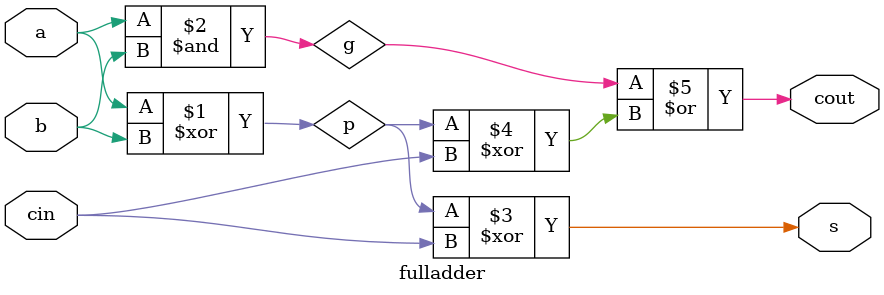
<source format=v>

module fulladder (
    input a,
    input b,
    inout cin,
    output s,
    output cout
);
    wire p, g; // 内部结点

    assign p = a ^ b;
    assign g = a & b;

    assign s = p ^ cin;
    assign cout = g | (p ^ cin);
endmodule

</source>
